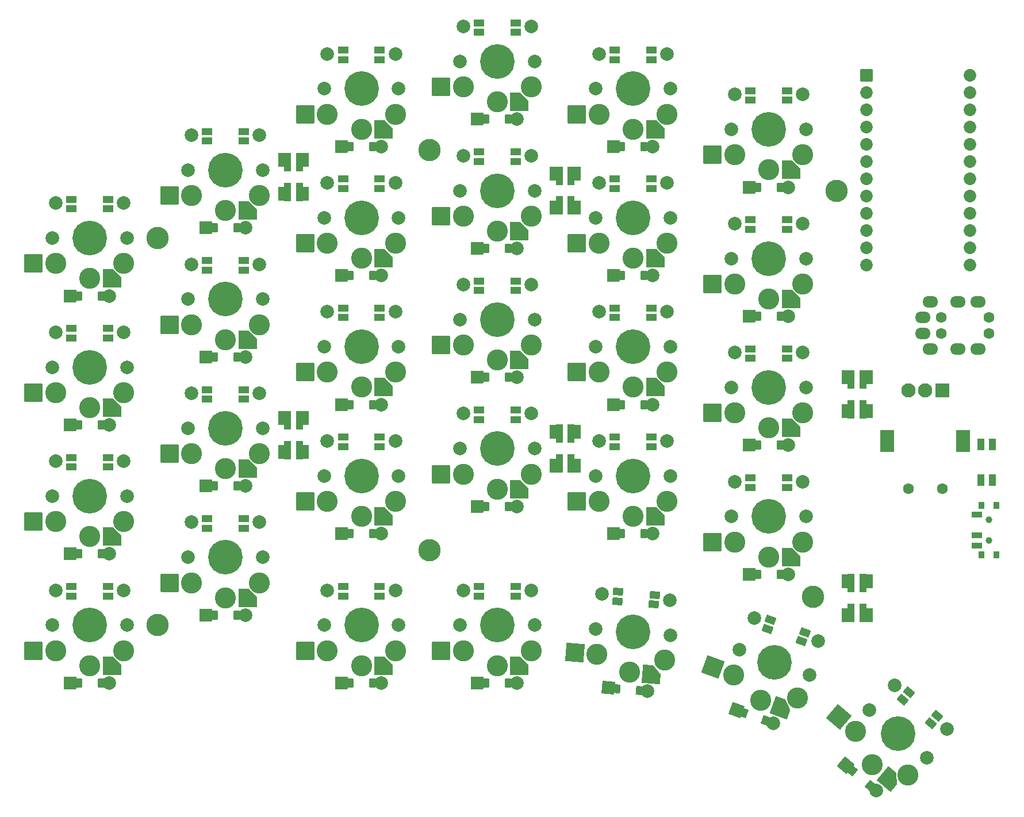
<source format=gbr>
%TF.GenerationSoftware,KiCad,Pcbnew,8.0.4*%
%TF.CreationDate,2024-08-10T13:55:05-06:00*%
%TF.ProjectId,staggered_col58,73746167-6765-4726-9564-5f636f6c3538,0.1*%
%TF.SameCoordinates,Original*%
%TF.FileFunction,Soldermask,Bot*%
%TF.FilePolarity,Negative*%
%FSLAX46Y46*%
G04 Gerber Fmt 4.6, Leading zero omitted, Abs format (unit mm)*
G04 Created by KiCad (PCBNEW 8.0.4) date 2024-08-10 13:55:05*
%MOMM*%
%LPD*%
G01*
G04 APERTURE LIST*
G04 Aperture macros list*
%AMRoundRect*
0 Rectangle with rounded corners*
0 $1 Rounding radius*
0 $2 $3 $4 $5 $6 $7 $8 $9 X,Y pos of 4 corners*
0 Add a 4 corners polygon primitive as box body*
4,1,4,$2,$3,$4,$5,$6,$7,$8,$9,$2,$3,0*
0 Add four circle primitives for the rounded corners*
1,1,$1+$1,$2,$3*
1,1,$1+$1,$4,$5*
1,1,$1+$1,$6,$7*
1,1,$1+$1,$8,$9*
0 Add four rect primitives between the rounded corners*
20,1,$1+$1,$2,$3,$4,$5,0*
20,1,$1+$1,$4,$5,$6,$7,0*
20,1,$1+$1,$6,$7,$8,$9,0*
20,1,$1+$1,$8,$9,$2,$3,0*%
%AMFreePoly0*
4,1,14,1.335355,1.335355,1.350000,1.300000,1.350000,-1.300000,1.335355,-1.335355,1.300000,-1.350000,-0.117000,-1.350000,-0.152355,-1.335355,-1.335355,-0.152355,-1.350000,-0.117000,-1.350000,1.300000,-1.335355,1.335355,-1.300000,1.350000,1.300000,1.350000,1.335355,1.335355,1.335355,1.335355,$1*%
G04 Aperture macros list end*
%ADD10C,3.300000*%
%ADD11RoundRect,0.050000X-0.876300X0.876300X-0.876300X-0.876300X0.876300X-0.876300X0.876300X0.876300X0*%
%ADD12C,1.852600*%
%ADD13C,5.100000*%
%ADD14C,2.000000*%
%ADD15C,3.100000*%
%ADD16FreePoly0,180.000000*%
%ADD17RoundRect,0.050000X1.300000X1.300000X-1.300000X1.300000X-1.300000X-1.300000X1.300000X-1.300000X0*%
%ADD18FreePoly0,175.000000*%
%ADD19RoundRect,0.050000X1.408356X1.181751X-1.181751X1.408356X-1.408356X-1.181751X1.181751X-1.408356X0*%
%ADD20FreePoly0,160.000000*%
%ADD21RoundRect,0.050000X1.666227X0.776974X-0.776974X1.666227X-1.666227X-0.776974X0.776974X-1.666227X0*%
%ADD22FreePoly0,140.000000*%
%ADD23RoundRect,0.050000X1.831482X0.160234X-0.160234X1.831482X-1.831482X-0.160234X0.160234X-1.831482X0*%
%ADD24RoundRect,0.050000X-0.450000X-0.600000X0.450000X-0.600000X0.450000X0.600000X-0.450000X0.600000X0*%
%ADD25RoundRect,0.050000X-0.889000X-0.889000X0.889000X-0.889000X0.889000X0.889000X-0.889000X0.889000X0*%
%ADD26C,2.005000*%
%ADD27RoundRect,0.050000X-0.500581X-0.558497X0.395994X-0.636937X0.500581X0.558497X-0.395994X0.636937X0*%
%ADD28RoundRect,0.050000X-0.963099X-0.808136X0.808136X-0.963099X0.963099X0.808136X-0.808136X0.963099X0*%
%ADD29RoundRect,0.050000X-0.628074X-0.409907X0.217650X-0.717725X0.628074X0.409907X-0.217650X0.717725X0*%
%ADD30RoundRect,0.050000X-1.139443X-0.531331X0.531331X-1.139443X1.139443X0.531331X-0.531331X1.139443X0*%
%ADD31RoundRect,0.050000X-0.730393X-0.170372X-0.040953X-0.748881X0.730393X0.170372X0.040953X0.748881X0*%
%ADD32RoundRect,0.050000X-1.252452X-0.109575X0.109575X-1.252452X1.252452X0.109575X-0.109575X1.252452X0*%
%ADD33RoundRect,0.050000X-0.700000X-0.500000X0.700000X-0.500000X0.700000X0.500000X-0.700000X0.500000X0*%
%ADD34RoundRect,0.050000X-0.740914X-0.437088X0.653758X-0.559106X0.740914X0.437088X-0.653758X0.559106X0*%
%ADD35RoundRect,0.050000X-0.828795X-0.230432X0.486775X-0.709260X0.828795X0.230432X-0.486775X0.709260X0*%
%ADD36RoundRect,0.050000X-0.857625X0.066929X0.214837X-0.832974X0.857625X-0.066929X-0.214837X0.832974X0*%
%ADD37C,1.600000*%
%ADD38O,2.300000X1.700000*%
%ADD39RoundRect,0.050000X0.500000X-0.775000X0.500000X0.775000X-0.500000X0.775000X-0.500000X-0.775000X0*%
%ADD40RoundRect,0.050000X-0.400000X0.500000X-0.400000X-0.500000X0.400000X-0.500000X0.400000X0.500000X0*%
%ADD41RoundRect,0.050000X-0.750000X0.350000X-0.750000X-0.350000X0.750000X-0.350000X0.750000X0.350000X0*%
%ADD42C,1.000000*%
%ADD43RoundRect,0.050000X-1.000000X1.000000X-1.000000X-1.000000X1.000000X-1.000000X1.000000X1.000000X0*%
%ADD44C,2.100000*%
%ADD45RoundRect,0.050000X-1.000000X1.600000X-1.000000X-1.600000X1.000000X-1.600000X1.000000X1.600000X0*%
%ADD46RoundRect,0.050000X-0.500000X1.300000X-0.500000X-1.300000X0.500000X-1.300000X0.500000X1.300000X0*%
%ADD47RoundRect,0.050000X-0.600000X1.000000X-0.600000X-1.000000X0.600000X-1.000000X0.600000X1.000000X0*%
G04 APERTURE END LIST*
D10*
%TO.C,M3_1*%
X50000000Y-120000000D03*
%TD*%
%TO.C,M3_2*%
X50000000Y-63000000D03*
%TD*%
%TO.C,M3_3*%
X90000000Y-109000000D03*
%TD*%
%TO.C,M3_4*%
X90000000Y-50000000D03*
%TD*%
%TO.C,M3_5*%
X146482000Y-115833900D03*
%TD*%
%TO.C,M3_6*%
X150000000Y-56000000D03*
%TD*%
D11*
%TO.C,MCU1*%
X154380000Y-39030000D03*
D12*
X154380000Y-41570000D03*
X154380000Y-44110000D03*
X154380000Y-46650000D03*
X154380000Y-49190000D03*
X154380000Y-51730000D03*
X154380000Y-54270000D03*
X154380000Y-56810000D03*
X154380000Y-59350000D03*
X154380000Y-61890000D03*
X154380000Y-64430000D03*
X154380000Y-66970000D03*
X169620000Y-39030000D03*
X169620000Y-41570000D03*
X169620000Y-44110000D03*
X169620000Y-46650000D03*
X169620000Y-49190000D03*
X169620000Y-51730000D03*
X169620000Y-54270000D03*
X169620000Y-56810000D03*
X169620000Y-59350000D03*
X169620000Y-61890000D03*
X169620000Y-64430000D03*
X169620000Y-66970000D03*
%TD*%
D13*
%TO.C,SW1*%
X40000000Y-120000000D03*
D14*
X34500000Y-120000000D03*
X45500000Y-120000000D03*
X35000000Y-114850000D03*
X45000000Y-114850000D03*
D15*
X40000000Y-125950000D03*
X45000000Y-123750000D03*
D16*
X43275000Y-125950000D03*
D17*
X31725000Y-123750000D03*
D15*
X35000000Y-123750000D03*
%TD*%
D13*
%TO.C,SW2*%
X40000000Y-101000000D03*
D14*
X34500000Y-101000000D03*
X45500000Y-101000000D03*
X35000000Y-95850000D03*
X45000000Y-95850000D03*
D15*
X40000000Y-106950000D03*
X45000000Y-104750000D03*
D16*
X43275000Y-106950000D03*
D17*
X31725000Y-104750000D03*
D15*
X35000000Y-104750000D03*
%TD*%
D13*
%TO.C,SW3*%
X40000000Y-82000000D03*
D14*
X34500000Y-82000000D03*
X45500000Y-82000000D03*
X35000000Y-76850000D03*
X45000000Y-76850000D03*
D15*
X40000000Y-87950000D03*
X45000000Y-85750000D03*
D16*
X43275000Y-87950000D03*
D17*
X31725000Y-85750000D03*
D15*
X35000000Y-85750000D03*
%TD*%
D13*
%TO.C,SW4*%
X40000000Y-63000000D03*
D14*
X34500000Y-63000000D03*
X45500000Y-63000000D03*
X35000000Y-57850000D03*
X45000000Y-57850000D03*
D15*
X40000000Y-68950000D03*
X45000000Y-66750000D03*
D16*
X43275000Y-68950000D03*
D17*
X31725000Y-66750000D03*
D15*
X35000000Y-66750000D03*
%TD*%
D13*
%TO.C,SW5*%
X60000000Y-110000000D03*
D14*
X54500000Y-110000000D03*
X65500000Y-110000000D03*
X55000000Y-104850000D03*
X65000000Y-104850000D03*
D15*
X60000000Y-115950000D03*
X65000000Y-113750000D03*
D16*
X63275000Y-115950000D03*
D17*
X51725000Y-113750000D03*
D15*
X55000000Y-113750000D03*
%TD*%
D13*
%TO.C,SW6*%
X60000000Y-91000000D03*
D14*
X54500000Y-91000000D03*
X65500000Y-91000000D03*
X55000000Y-85850000D03*
X65000000Y-85850000D03*
D15*
X60000000Y-96950000D03*
X65000000Y-94750000D03*
D16*
X63275000Y-96950000D03*
D17*
X51725000Y-94750000D03*
D15*
X55000000Y-94750000D03*
%TD*%
D13*
%TO.C,SW7*%
X60000000Y-72000000D03*
D14*
X54500000Y-72000000D03*
X65500000Y-72000000D03*
X55000000Y-66850000D03*
X65000000Y-66850000D03*
D15*
X60000000Y-77950000D03*
X65000000Y-75750000D03*
D16*
X63275000Y-77950000D03*
D17*
X51725000Y-75750000D03*
D15*
X55000000Y-75750000D03*
%TD*%
D13*
%TO.C,SW8*%
X60000000Y-53000000D03*
D14*
X54500000Y-53000000D03*
X65500000Y-53000000D03*
X55000000Y-47850000D03*
X65000000Y-47850000D03*
D15*
X60000000Y-58950000D03*
X65000000Y-56750000D03*
D16*
X63275000Y-58950000D03*
D17*
X51725000Y-56750000D03*
D15*
X55000000Y-56750000D03*
%TD*%
D13*
%TO.C,SW9*%
X80000000Y-98000000D03*
D14*
X74500000Y-98000000D03*
X85500000Y-98000000D03*
X75000000Y-92850000D03*
X85000000Y-92850000D03*
D15*
X80000000Y-103950000D03*
X85000000Y-101750000D03*
D16*
X83275000Y-103950000D03*
D17*
X71725000Y-101750000D03*
D15*
X75000000Y-101750000D03*
%TD*%
D13*
%TO.C,SW10*%
X80000000Y-79000000D03*
D14*
X74500000Y-79000000D03*
X85500000Y-79000000D03*
X75000000Y-73850000D03*
X85000000Y-73850000D03*
D15*
X80000000Y-84950000D03*
X85000000Y-82750000D03*
D16*
X83275000Y-84950000D03*
D17*
X71725000Y-82750000D03*
D15*
X75000000Y-82750000D03*
%TD*%
D13*
%TO.C,SW11*%
X80000000Y-60000000D03*
D14*
X74500000Y-60000000D03*
X85500000Y-60000000D03*
X75000000Y-54850000D03*
X85000000Y-54850000D03*
D15*
X80000000Y-65950000D03*
X85000000Y-63750000D03*
D16*
X83275000Y-65950000D03*
D17*
X71725000Y-63750000D03*
D15*
X75000000Y-63750000D03*
%TD*%
D13*
%TO.C,SW12*%
X80000000Y-41000000D03*
D14*
X74500000Y-41000000D03*
X85500000Y-41000000D03*
X75000000Y-35850000D03*
X85000000Y-35850000D03*
D15*
X80000000Y-46950000D03*
X85000000Y-44750000D03*
D16*
X83275000Y-46950000D03*
D17*
X71725000Y-44750000D03*
D15*
X75000000Y-44750000D03*
%TD*%
D13*
%TO.C,SW13*%
X100000000Y-94000000D03*
D14*
X94500000Y-94000000D03*
X105500000Y-94000000D03*
X95000000Y-88850000D03*
X105000000Y-88850000D03*
D15*
X100000000Y-99950000D03*
X105000000Y-97750000D03*
D16*
X103275000Y-99950000D03*
D17*
X91725000Y-97750000D03*
D15*
X95000000Y-97750000D03*
%TD*%
D13*
%TO.C,SW14*%
X100000000Y-75000000D03*
D14*
X94500000Y-75000000D03*
X105500000Y-75000000D03*
X95000000Y-69850000D03*
X105000000Y-69850000D03*
D15*
X100000000Y-80950000D03*
X105000000Y-78750000D03*
D16*
X103275000Y-80950000D03*
D17*
X91725000Y-78750000D03*
D15*
X95000000Y-78750000D03*
%TD*%
D13*
%TO.C,SW15*%
X100000000Y-56000000D03*
D14*
X94500000Y-56000000D03*
X105500000Y-56000000D03*
X95000000Y-50850000D03*
X105000000Y-50850000D03*
D15*
X100000000Y-61950000D03*
X105000000Y-59750000D03*
D16*
X103275000Y-61950000D03*
D17*
X91725000Y-59750000D03*
D15*
X95000000Y-59750000D03*
%TD*%
D13*
%TO.C,SW16*%
X100000000Y-37000000D03*
D14*
X94500000Y-37000000D03*
X105500000Y-37000000D03*
X95000000Y-31850000D03*
X105000000Y-31850000D03*
D15*
X100000000Y-42950000D03*
X105000000Y-40750000D03*
D16*
X103275000Y-42950000D03*
D17*
X91725000Y-40750000D03*
D15*
X95000000Y-40750000D03*
%TD*%
D13*
%TO.C,SW17*%
X120000000Y-98000000D03*
D14*
X114500000Y-98000000D03*
X125500000Y-98000000D03*
X115000000Y-92850000D03*
X125000000Y-92850000D03*
D15*
X120000000Y-103950000D03*
X125000000Y-101750000D03*
D16*
X123275000Y-103950000D03*
D17*
X111725000Y-101750000D03*
D15*
X115000000Y-101750000D03*
%TD*%
D13*
%TO.C,SW18*%
X120000000Y-79000000D03*
D14*
X114500000Y-79000000D03*
X125500000Y-79000000D03*
X115000000Y-73850000D03*
X125000000Y-73850000D03*
D15*
X120000000Y-84950000D03*
X125000000Y-82750000D03*
D16*
X123275000Y-84950000D03*
D17*
X111725000Y-82750000D03*
D15*
X115000000Y-82750000D03*
%TD*%
D13*
%TO.C,SW19*%
X120000000Y-60000000D03*
D14*
X114500000Y-60000000D03*
X125500000Y-60000000D03*
X115000000Y-54850000D03*
X125000000Y-54850000D03*
D15*
X120000000Y-65950000D03*
X125000000Y-63750000D03*
D16*
X123275000Y-65950000D03*
D17*
X111725000Y-63750000D03*
D15*
X115000000Y-63750000D03*
%TD*%
D13*
%TO.C,SW20*%
X120000000Y-41000000D03*
D14*
X114500000Y-41000000D03*
X125500000Y-41000000D03*
X115000000Y-35850000D03*
X125000000Y-35850000D03*
D15*
X120000000Y-46950000D03*
X125000000Y-44750000D03*
D16*
X123275000Y-46950000D03*
D17*
X111725000Y-44750000D03*
D15*
X115000000Y-44750000D03*
%TD*%
D13*
%TO.C,SW21*%
X140000000Y-104000000D03*
D14*
X134500000Y-104000000D03*
X145500000Y-104000000D03*
X135000000Y-98850000D03*
X145000000Y-98850000D03*
D15*
X140000000Y-109950000D03*
X145000000Y-107750000D03*
D16*
X143275000Y-109950000D03*
D17*
X131725000Y-107750000D03*
D15*
X135000000Y-107750000D03*
%TD*%
D13*
%TO.C,SW22*%
X140000000Y-85000000D03*
D14*
X134500000Y-85000000D03*
X145500000Y-85000000D03*
X135000000Y-79850000D03*
X145000000Y-79850000D03*
D15*
X140000000Y-90950000D03*
X145000000Y-88750000D03*
D16*
X143275000Y-90950000D03*
D17*
X131725000Y-88750000D03*
D15*
X135000000Y-88750000D03*
%TD*%
D13*
%TO.C,SW23*%
X140000000Y-66000000D03*
D14*
X134500000Y-66000000D03*
X145500000Y-66000000D03*
X135000000Y-60850000D03*
X145000000Y-60850000D03*
D15*
X140000000Y-71950000D03*
X145000000Y-69750000D03*
D16*
X143275000Y-71950000D03*
D17*
X131725000Y-69750000D03*
D15*
X135000000Y-69750000D03*
%TD*%
D13*
%TO.C,SW24*%
X140000000Y-47000000D03*
D14*
X134500000Y-47000000D03*
X145500000Y-47000000D03*
X135000000Y-41850000D03*
X145000000Y-41850000D03*
D15*
X140000000Y-52950000D03*
X145000000Y-50750000D03*
D16*
X143275000Y-52950000D03*
D17*
X131725000Y-50750000D03*
D15*
X135000000Y-50750000D03*
%TD*%
D13*
%TO.C,SW25*%
X80000000Y-120000000D03*
D14*
X74500000Y-120000000D03*
X85500000Y-120000000D03*
X75000000Y-114850000D03*
X85000000Y-114850000D03*
D15*
X80000000Y-125950000D03*
X85000000Y-123750000D03*
D16*
X83275000Y-125950000D03*
D17*
X71725000Y-123750000D03*
D15*
X75000000Y-123750000D03*
%TD*%
D13*
%TO.C,SW26*%
X100000000Y-120000000D03*
D14*
X94500000Y-120000000D03*
X105500000Y-120000000D03*
X95000000Y-114850000D03*
X105000000Y-114850000D03*
D15*
X100000000Y-125950000D03*
X105000000Y-123750000D03*
D16*
X103275000Y-125950000D03*
D17*
X91725000Y-123750000D03*
D15*
X95000000Y-123750000D03*
%TD*%
D13*
%TO.C,SW27*%
X120000000Y-121000000D03*
D14*
X114520929Y-120520643D03*
X125479071Y-121479357D03*
X115467879Y-115433819D03*
X125429826Y-116305376D03*
D15*
X119481423Y-126927358D03*
X124654139Y-125171509D03*
D18*
X122743961Y-127212794D03*
D19*
X111429655Y-124014516D03*
D15*
X114692192Y-124299951D03*
%TD*%
D13*
%TO.C,SW28*%
X140840400Y-125486500D03*
D14*
X135672091Y-123605389D03*
X146008709Y-127367611D03*
X137903341Y-118936982D03*
X147300267Y-122357184D03*
D15*
X138805380Y-131077671D03*
X144256288Y-130720448D03*
D20*
X141882873Y-132197787D03*
D21*
X131781868Y-126180131D03*
D15*
X134859361Y-127300247D03*
%TD*%
D13*
%TO.C,SW29*%
X159049300Y-135999400D03*
D14*
X154836056Y-132464068D03*
X163262544Y-139534732D03*
X158529434Y-128840333D03*
X166189878Y-135268209D03*
D15*
X155224714Y-140557364D03*
X160469069Y-142086005D03*
D22*
X157733509Y-142662494D03*
D23*
X150299829Y-133552999D03*
D15*
X152808624Y-135658129D03*
%TD*%
D24*
%TO.C,D1*%
X41650000Y-128500000D03*
X38350000Y-128500000D03*
D25*
X37100000Y-128500000D03*
D26*
X42900000Y-128500000D03*
%TD*%
D24*
%TO.C,D2*%
X41650000Y-109500000D03*
X38350000Y-109500000D03*
D25*
X37100000Y-109500000D03*
D26*
X42900000Y-109500000D03*
%TD*%
D24*
%TO.C,D3*%
X41650000Y-90500000D03*
X38350000Y-90500000D03*
D25*
X37100000Y-90500000D03*
D26*
X42900000Y-90500000D03*
%TD*%
D24*
%TO.C,D4*%
X41650000Y-71500000D03*
X38350000Y-71500000D03*
D25*
X37100000Y-71500000D03*
D26*
X42900000Y-71500000D03*
%TD*%
D24*
%TO.C,D5*%
X61650000Y-118500000D03*
X58350000Y-118500000D03*
D25*
X57100000Y-118500000D03*
D26*
X62900000Y-118500000D03*
%TD*%
D24*
%TO.C,D6*%
X61650000Y-99500000D03*
X58350000Y-99500000D03*
D25*
X57100000Y-99500000D03*
D26*
X62900000Y-99500000D03*
%TD*%
D24*
%TO.C,D7*%
X61650000Y-80500000D03*
X58350000Y-80500000D03*
D25*
X57100000Y-80500000D03*
D26*
X62900000Y-80500000D03*
%TD*%
D24*
%TO.C,D8*%
X61650000Y-61500000D03*
X58350000Y-61500000D03*
D25*
X57100000Y-61500000D03*
D26*
X62900000Y-61500000D03*
%TD*%
D24*
%TO.C,D9*%
X81650000Y-106500000D03*
X78350000Y-106500000D03*
D25*
X77100000Y-106500000D03*
D26*
X82900000Y-106500000D03*
%TD*%
D24*
%TO.C,D10*%
X81650000Y-87500000D03*
X78350000Y-87500000D03*
D25*
X77100000Y-87500000D03*
D26*
X82900000Y-87500000D03*
%TD*%
D24*
%TO.C,D11*%
X81650000Y-68500000D03*
X78350000Y-68500000D03*
D25*
X77100000Y-68500000D03*
D26*
X82900000Y-68500000D03*
%TD*%
D24*
%TO.C,D12*%
X81650000Y-49500000D03*
X78350000Y-49500000D03*
D25*
X77100000Y-49500000D03*
D26*
X82900000Y-49500000D03*
%TD*%
D24*
%TO.C,D13*%
X101650000Y-102500000D03*
X98350000Y-102500000D03*
D25*
X97100000Y-102500000D03*
D26*
X102900000Y-102500000D03*
%TD*%
D24*
%TO.C,D14*%
X101650000Y-83500000D03*
X98350000Y-83500000D03*
D25*
X97100000Y-83500000D03*
D26*
X102900000Y-83500000D03*
%TD*%
D24*
%TO.C,D15*%
X101650000Y-64500000D03*
X98350000Y-64500000D03*
D25*
X97100000Y-64500000D03*
D26*
X102900000Y-64500000D03*
%TD*%
D24*
%TO.C,D16*%
X101650000Y-45500000D03*
X98350000Y-45500000D03*
D25*
X97100000Y-45500000D03*
D26*
X102900000Y-45500000D03*
%TD*%
D24*
%TO.C,D17*%
X121650000Y-106500000D03*
X118350000Y-106500000D03*
D25*
X117100000Y-106500000D03*
D26*
X122900000Y-106500000D03*
%TD*%
D24*
%TO.C,D18*%
X121650000Y-87500000D03*
X118350000Y-87500000D03*
D25*
X117100000Y-87500000D03*
D26*
X122900000Y-87500000D03*
%TD*%
D24*
%TO.C,D19*%
X121650000Y-68500000D03*
X118350000Y-68500000D03*
D25*
X117100000Y-68500000D03*
D26*
X122900000Y-68500000D03*
%TD*%
D24*
%TO.C,D20*%
X121650000Y-49500000D03*
X118350000Y-49500000D03*
D25*
X117100000Y-49500000D03*
D26*
X122900000Y-49500000D03*
%TD*%
D24*
%TO.C,D21*%
X141650000Y-112500000D03*
X138350000Y-112500000D03*
D25*
X137100000Y-112500000D03*
D26*
X142900000Y-112500000D03*
%TD*%
D24*
%TO.C,D22*%
X141650000Y-93500000D03*
X138350000Y-93500000D03*
D25*
X137100000Y-93500000D03*
D26*
X142900000Y-93500000D03*
%TD*%
D24*
%TO.C,D23*%
X141650000Y-74500000D03*
X138350000Y-74500000D03*
D25*
X137100000Y-74500000D03*
D26*
X142900000Y-74500000D03*
%TD*%
D24*
%TO.C,D24*%
X141650000Y-55500000D03*
X138350000Y-55500000D03*
D25*
X137100000Y-55500000D03*
D26*
X142900000Y-55500000D03*
%TD*%
D24*
%TO.C,D25*%
X81650000Y-128500000D03*
X78350000Y-128500000D03*
D25*
X77100000Y-128500000D03*
D26*
X82900000Y-128500000D03*
%TD*%
D24*
%TO.C,D26*%
X101650000Y-128500000D03*
X98350000Y-128500000D03*
D25*
X97100000Y-128500000D03*
D26*
X102900000Y-128500000D03*
%TD*%
D27*
%TO.C,D27*%
X120902921Y-129611507D03*
X117615479Y-129323893D03*
D28*
X116370235Y-129214948D03*
D26*
X122148165Y-129720452D03*
%TD*%
D29*
%TO.C,D28*%
X139483693Y-134038233D03*
X136382707Y-132909567D03*
D30*
X135208091Y-132482042D03*
D26*
X140658309Y-134465758D03*
%TD*%
D31*
%TO.C,D29*%
X154849573Y-143571400D03*
X152321627Y-141450200D03*
D32*
X151364071Y-140646716D03*
D26*
X155807129Y-144374884D03*
%TD*%
D33*
%TO.C,L1*%
X42700000Y-114300000D03*
X42700000Y-115700000D03*
X37300000Y-114300000D03*
X37300000Y-115700000D03*
%TD*%
%TO.C,L2*%
X42700000Y-95300000D03*
X42700000Y-96700000D03*
X37300000Y-95300000D03*
X37300000Y-96700000D03*
%TD*%
%TO.C,L3*%
X42700000Y-76300000D03*
X42700000Y-77700000D03*
X37300000Y-76300000D03*
X37300000Y-77700000D03*
%TD*%
%TO.C,L4*%
X42700000Y-57300000D03*
X42700000Y-58700000D03*
X37300000Y-57300000D03*
X37300000Y-58700000D03*
%TD*%
%TO.C,L5*%
X62700000Y-104300000D03*
X62700000Y-105700000D03*
X57300000Y-104300000D03*
X57300000Y-105700000D03*
%TD*%
%TO.C,L6*%
X62700000Y-85300000D03*
X62700000Y-86700000D03*
X57300000Y-85300000D03*
X57300000Y-86700000D03*
%TD*%
%TO.C,L7*%
X62700000Y-66300000D03*
X62700000Y-67700000D03*
X57300000Y-66300000D03*
X57300000Y-67700000D03*
%TD*%
%TO.C,L8*%
X62700000Y-47300000D03*
X62700000Y-48700000D03*
X57300000Y-47300000D03*
X57300000Y-48700000D03*
%TD*%
%TO.C,L9*%
X82700000Y-92300000D03*
X82700000Y-93700000D03*
X77300000Y-92300000D03*
X77300000Y-93700000D03*
%TD*%
%TO.C,L10*%
X82700000Y-73300000D03*
X82700000Y-74700000D03*
X77300000Y-73300000D03*
X77300000Y-74700000D03*
%TD*%
%TO.C,L11*%
X82700000Y-54300000D03*
X82700000Y-55700000D03*
X77300000Y-54300000D03*
X77300000Y-55700000D03*
%TD*%
%TO.C,L12*%
X82700000Y-35300000D03*
X82700000Y-36700000D03*
X77300000Y-35300000D03*
X77300000Y-36700000D03*
%TD*%
%TO.C,L13*%
X102700000Y-88300000D03*
X102700000Y-89700000D03*
X97300000Y-88300000D03*
X97300000Y-89700000D03*
%TD*%
%TO.C,L14*%
X102700000Y-69300000D03*
X102700000Y-70700000D03*
X97300000Y-69300000D03*
X97300000Y-70700000D03*
%TD*%
%TO.C,L15*%
X102700000Y-50300000D03*
X102700000Y-51700000D03*
X97300000Y-50300000D03*
X97300000Y-51700000D03*
%TD*%
%TO.C,L16*%
X102700000Y-31300000D03*
X102700000Y-32700000D03*
X97300000Y-31300000D03*
X97300000Y-32700000D03*
%TD*%
%TO.C,L17*%
X122700000Y-92300000D03*
X122700000Y-93700000D03*
X117300000Y-92300000D03*
X117300000Y-93700000D03*
%TD*%
%TO.C,L18*%
X122700000Y-73300000D03*
X122700000Y-74700000D03*
X117300000Y-73300000D03*
X117300000Y-74700000D03*
%TD*%
%TO.C,L19*%
X122700000Y-54300000D03*
X122700000Y-55700000D03*
X117300000Y-54300000D03*
X117300000Y-55700000D03*
%TD*%
%TO.C,L20*%
X122700000Y-35300000D03*
X122700000Y-36700000D03*
X117300000Y-35300000D03*
X117300000Y-36700000D03*
%TD*%
%TO.C,L21*%
X142700000Y-98300000D03*
X142700000Y-99700000D03*
X137300000Y-98300000D03*
X137300000Y-99700000D03*
%TD*%
%TO.C,L22*%
X142700000Y-79300000D03*
X142700000Y-80700000D03*
X137300000Y-79300000D03*
X137300000Y-80700000D03*
%TD*%
%TO.C,L23*%
X142700000Y-60300000D03*
X142700000Y-61700000D03*
X137300000Y-60300000D03*
X137300000Y-61700000D03*
%TD*%
%TO.C,L24*%
X142700000Y-41300000D03*
X142700000Y-42700000D03*
X137300000Y-41300000D03*
X137300000Y-42700000D03*
%TD*%
%TO.C,L25*%
X82700000Y-114300000D03*
X82700000Y-115700000D03*
X77300000Y-114300000D03*
X77300000Y-115700000D03*
%TD*%
%TO.C,L26*%
X102700000Y-114300000D03*
X102700000Y-115700000D03*
X97300000Y-114300000D03*
X97300000Y-115700000D03*
%TD*%
D34*
%TO.C,L27*%
X123186535Y-115556984D03*
X123064517Y-116951657D03*
X117807083Y-115086343D03*
X117685065Y-116481016D03*
%TD*%
D35*
%TO.C,L28*%
X145327084Y-121053670D03*
X144848256Y-122369239D03*
X140252744Y-119206761D03*
X139773916Y-120522330D03*
%TD*%
D36*
%TO.C,L29*%
X164781571Y-133368495D03*
X163881669Y-134440958D03*
X160644931Y-129897442D03*
X159745029Y-130969905D03*
%TD*%
D37*
%TO.C,TRRS1*%
X165400000Y-74700000D03*
X172400000Y-74700000D03*
X165400000Y-77000000D03*
X172400000Y-77000000D03*
D38*
X162700000Y-74700000D03*
X163800000Y-79300000D03*
X167800000Y-79300000D03*
X170800000Y-79300000D03*
X162700000Y-77000000D03*
X163800000Y-72400000D03*
X167800000Y-72400000D03*
X170800000Y-72400000D03*
%TD*%
D39*
%TO.C,RST1*%
X172950000Y-93375000D03*
X171250000Y-93375000D03*
X172950000Y-98625000D03*
X171250000Y-98625000D03*
%TD*%
D40*
%TO.C,PWR1*%
X171315000Y-102350000D03*
X173525000Y-102350000D03*
X171315000Y-109650000D03*
X173525000Y-109650000D03*
D41*
X170665000Y-103750000D03*
X170665000Y-106750000D03*
X170665000Y-108250000D03*
D42*
X172425000Y-104500000D03*
X172425000Y-107500000D03*
%TD*%
D43*
%TO.C,Rotary1*%
X165540000Y-85380000D03*
D44*
X163040000Y-85380000D03*
X160540000Y-85380000D03*
D37*
X165540000Y-99880000D03*
X160540000Y-99880000D03*
D45*
X168640000Y-92880000D03*
X157440000Y-92880000D03*
%TD*%
D46*
%TO.C,UB_1*%
X70875000Y-89800000D03*
X69125000Y-89800000D03*
X69125000Y-94200000D03*
X70875000Y-94200000D03*
D47*
X71600000Y-89500000D03*
X68400000Y-89500000D03*
X68400000Y-94500000D03*
X71600000Y-94500000D03*
%TD*%
D46*
%TO.C,UB_2*%
X70875000Y-51800000D03*
X69125000Y-51800000D03*
X69125000Y-56200000D03*
X70875000Y-56200000D03*
D47*
X71600000Y-51500000D03*
X68400000Y-51500000D03*
X68400000Y-56500000D03*
X71600000Y-56500000D03*
%TD*%
D46*
%TO.C,UB_3*%
X110875000Y-91800000D03*
X109125000Y-91800000D03*
X109125000Y-96200000D03*
X110875000Y-96200000D03*
D47*
X111600000Y-91500000D03*
X108400000Y-91500000D03*
X108400000Y-96500000D03*
X111600000Y-96500000D03*
%TD*%
D46*
%TO.C,UB_4*%
X110875000Y-53800000D03*
X109125000Y-53800000D03*
X109125000Y-58200000D03*
X110875000Y-58200000D03*
D47*
X111600000Y-53500000D03*
X108400000Y-53500000D03*
X108400000Y-58500000D03*
X111600000Y-58500000D03*
%TD*%
D46*
%TO.C,UB_5*%
X153875000Y-113800000D03*
X152125000Y-113800000D03*
X152125000Y-118200000D03*
X153875000Y-118200000D03*
D47*
X154600000Y-113500000D03*
X151400000Y-113500000D03*
X151400000Y-118500000D03*
X154600000Y-118500000D03*
%TD*%
D46*
%TO.C,UB_6*%
X153875000Y-83800000D03*
X152125000Y-83800000D03*
X152125000Y-88200000D03*
X153875000Y-88200000D03*
D47*
X154600000Y-83500000D03*
X151400000Y-83500000D03*
X151400000Y-88500000D03*
X154600000Y-88500000D03*
%TD*%
M02*

</source>
